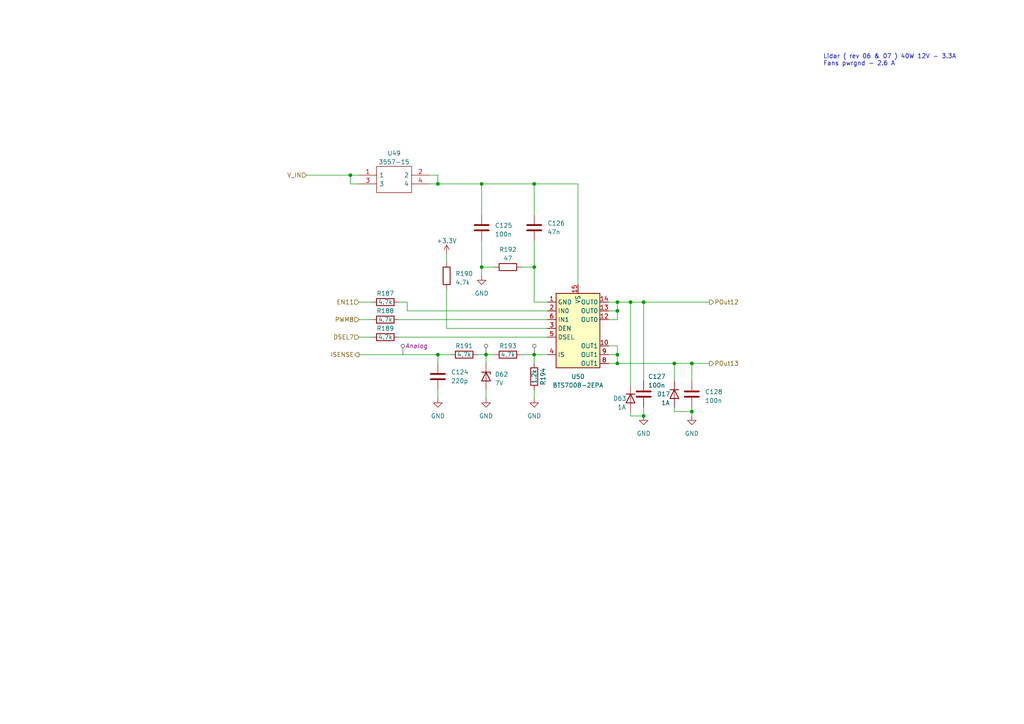
<source format=kicad_sch>
(kicad_sch
	(version 20231120)
	(generator "eeschema")
	(generator_version "8.0")
	(uuid "3729104f-cf88-423a-a92f-7576a267e5ae")
	(paper "A4")
	(title_block
		(title "PDU FT24")
		(company "Nived Jayaprakash Nambiar ")
		(comment 1 "FasTTUBe Electronics")
	)
	(lib_symbols
		(symbol "3557-15:3557-15"
			(pin_names
				(offset 0.762)
			)
			(exclude_from_sim no)
			(in_bom yes)
			(on_board yes)
			(property "Reference" "U"
				(at 16.51 7.62 0)
				(effects
					(font
						(size 1.27 1.27)
					)
					(justify left)
				)
			)
			(property "Value" "3557-15"
				(at 16.51 5.08 0)
				(effects
					(font
						(size 1.27 1.27)
					)
					(justify left)
				)
			)
			(property "Footprint" "355715"
				(at 16.51 2.54 0)
				(effects
					(font
						(size 1.27 1.27)
					)
					(justify left)
					(hide yes)
				)
			)
			(property "Datasheet" "https://componentsearchengine.com/Datasheets/1/3557-15.pdf"
				(at 16.51 0 0)
				(effects
					(font
						(size 1.27 1.27)
					)
					(justify left)
					(hide yes)
				)
			)
			(property "Description" "Fuse Holder T/H 2 IN 1 AUTO BLDE HOLDER, BLUE 15A"
				(at 16.51 -2.54 0)
				(effects
					(font
						(size 1.27 1.27)
					)
					(justify left)
					(hide yes)
				)
			)
			(property "Height" "7.37"
				(at 16.51 -5.08 0)
				(effects
					(font
						(size 1.27 1.27)
					)
					(justify left)
					(hide yes)
				)
			)
			(property "heisener Part Number" ""
				(at 16.51 -7.62 0)
				(effects
					(font
						(size 1.27 1.27)
					)
					(justify left)
					(hide yes)
				)
			)
			(property "heisener Price/Stock" ""
				(at 16.51 -10.16 0)
				(effects
					(font
						(size 1.27 1.27)
					)
					(justify left)
					(hide yes)
				)
			)
			(property "Manufacturer_Name" "Keystone Electronics"
				(at 16.51 -12.7 0)
				(effects
					(font
						(size 1.27 1.27)
					)
					(justify left)
					(hide yes)
				)
			)
			(property "Manufacturer_Part_Number" "3557-15"
				(at 16.51 -15.24 0)
				(effects
					(font
						(size 1.27 1.27)
					)
					(justify left)
					(hide yes)
				)
			)
			(symbol "3557-15_0_0"
				(pin passive line
					(at 0 0 0)
					(length 5.08)
					(name "1"
						(effects
							(font
								(size 1.27 1.27)
							)
						)
					)
					(number "1"
						(effects
							(font
								(size 1.27 1.27)
							)
						)
					)
				)
				(pin passive line
					(at 20.32 0 180)
					(length 5.08)
					(name "2"
						(effects
							(font
								(size 1.27 1.27)
							)
						)
					)
					(number "2"
						(effects
							(font
								(size 1.27 1.27)
							)
						)
					)
				)
				(pin passive line
					(at 0 -2.54 0)
					(length 5.08)
					(name "3"
						(effects
							(font
								(size 1.27 1.27)
							)
						)
					)
					(number "3"
						(effects
							(font
								(size 1.27 1.27)
							)
						)
					)
				)
				(pin passive line
					(at 20.32 -2.54 180)
					(length 5.08)
					(name "4"
						(effects
							(font
								(size 1.27 1.27)
							)
						)
					)
					(number "4"
						(effects
							(font
								(size 1.27 1.27)
							)
						)
					)
				)
			)
			(symbol "3557-15_0_1"
				(polyline
					(pts
						(xy 5.08 2.54) (xy 15.24 2.54) (xy 15.24 -5.08) (xy 5.08 -5.08) (xy 5.08 2.54)
					)
					(stroke
						(width 0.1524)
						(type solid)
					)
					(fill
						(type none)
					)
				)
			)
		)
		(symbol "Device:C"
			(pin_numbers hide)
			(pin_names
				(offset 0.254)
			)
			(exclude_from_sim no)
			(in_bom yes)
			(on_board yes)
			(property "Reference" "C"
				(at 0.635 2.54 0)
				(effects
					(font
						(size 1.27 1.27)
					)
					(justify left)
				)
			)
			(property "Value" "C"
				(at 0.635 -2.54 0)
				(effects
					(font
						(size 1.27 1.27)
					)
					(justify left)
				)
			)
			(property "Footprint" ""
				(at 0.9652 -3.81 0)
				(effects
					(font
						(size 1.27 1.27)
					)
					(hide yes)
				)
			)
			(property "Datasheet" "~"
				(at 0 0 0)
				(effects
					(font
						(size 1.27 1.27)
					)
					(hide yes)
				)
			)
			(property "Description" "Unpolarized capacitor"
				(at 0 0 0)
				(effects
					(font
						(size 1.27 1.27)
					)
					(hide yes)
				)
			)
			(property "ki_keywords" "cap capacitor"
				(at 0 0 0)
				(effects
					(font
						(size 1.27 1.27)
					)
					(hide yes)
				)
			)
			(property "ki_fp_filters" "C_*"
				(at 0 0 0)
				(effects
					(font
						(size 1.27 1.27)
					)
					(hide yes)
				)
			)
			(symbol "C_0_1"
				(polyline
					(pts
						(xy -2.032 -0.762) (xy 2.032 -0.762)
					)
					(stroke
						(width 0.508)
						(type default)
					)
					(fill
						(type none)
					)
				)
				(polyline
					(pts
						(xy -2.032 0.762) (xy 2.032 0.762)
					)
					(stroke
						(width 0.508)
						(type default)
					)
					(fill
						(type none)
					)
				)
			)
			(symbol "C_1_1"
				(pin passive line
					(at 0 3.81 270)
					(length 2.794)
					(name "~"
						(effects
							(font
								(size 1.27 1.27)
							)
						)
					)
					(number "1"
						(effects
							(font
								(size 1.27 1.27)
							)
						)
					)
				)
				(pin passive line
					(at 0 -3.81 90)
					(length 2.794)
					(name "~"
						(effects
							(font
								(size 1.27 1.27)
							)
						)
					)
					(number "2"
						(effects
							(font
								(size 1.27 1.27)
							)
						)
					)
				)
			)
		)
		(symbol "Device:D"
			(pin_numbers hide)
			(pin_names
				(offset 1.016) hide)
			(exclude_from_sim no)
			(in_bom yes)
			(on_board yes)
			(property "Reference" "D"
				(at 0 2.54 0)
				(effects
					(font
						(size 1.27 1.27)
					)
				)
			)
			(property "Value" "D"
				(at 0 -2.54 0)
				(effects
					(font
						(size 1.27 1.27)
					)
				)
			)
			(property "Footprint" ""
				(at 0 0 0)
				(effects
					(font
						(size 1.27 1.27)
					)
					(hide yes)
				)
			)
			(property "Datasheet" "~"
				(at 0 0 0)
				(effects
					(font
						(size 1.27 1.27)
					)
					(hide yes)
				)
			)
			(property "Description" "Diode"
				(at 0 0 0)
				(effects
					(font
						(size 1.27 1.27)
					)
					(hide yes)
				)
			)
			(property "Sim.Device" "D"
				(at 0 0 0)
				(effects
					(font
						(size 1.27 1.27)
					)
					(hide yes)
				)
			)
			(property "Sim.Pins" "1=K 2=A"
				(at 0 0 0)
				(effects
					(font
						(size 1.27 1.27)
					)
					(hide yes)
				)
			)
			(property "ki_keywords" "diode"
				(at 0 0 0)
				(effects
					(font
						(size 1.27 1.27)
					)
					(hide yes)
				)
			)
			(property "ki_fp_filters" "TO-???* *_Diode_* *SingleDiode* D_*"
				(at 0 0 0)
				(effects
					(font
						(size 1.27 1.27)
					)
					(hide yes)
				)
			)
			(symbol "D_0_1"
				(polyline
					(pts
						(xy -1.27 1.27) (xy -1.27 -1.27)
					)
					(stroke
						(width 0.254)
						(type default)
					)
					(fill
						(type none)
					)
				)
				(polyline
					(pts
						(xy 1.27 0) (xy -1.27 0)
					)
					(stroke
						(width 0)
						(type default)
					)
					(fill
						(type none)
					)
				)
				(polyline
					(pts
						(xy 1.27 1.27) (xy 1.27 -1.27) (xy -1.27 0) (xy 1.27 1.27)
					)
					(stroke
						(width 0.254)
						(type default)
					)
					(fill
						(type none)
					)
				)
			)
			(symbol "D_1_1"
				(pin passive line
					(at -3.81 0 0)
					(length 2.54)
					(name "K"
						(effects
							(font
								(size 1.27 1.27)
							)
						)
					)
					(number "1"
						(effects
							(font
								(size 1.27 1.27)
							)
						)
					)
				)
				(pin passive line
					(at 3.81 0 180)
					(length 2.54)
					(name "A"
						(effects
							(font
								(size 1.27 1.27)
							)
						)
					)
					(number "2"
						(effects
							(font
								(size 1.27 1.27)
							)
						)
					)
				)
			)
		)
		(symbol "Device:D_Zener"
			(pin_numbers hide)
			(pin_names
				(offset 1.016) hide)
			(exclude_from_sim no)
			(in_bom yes)
			(on_board yes)
			(property "Reference" "D"
				(at 0 2.54 0)
				(effects
					(font
						(size 1.27 1.27)
					)
				)
			)
			(property "Value" "D_Zener"
				(at 0 -2.54 0)
				(effects
					(font
						(size 1.27 1.27)
					)
				)
			)
			(property "Footprint" ""
				(at 0 0 0)
				(effects
					(font
						(size 1.27 1.27)
					)
					(hide yes)
				)
			)
			(property "Datasheet" "~"
				(at 0 0 0)
				(effects
					(font
						(size 1.27 1.27)
					)
					(hide yes)
				)
			)
			(property "Description" "Zener diode"
				(at 0 0 0)
				(effects
					(font
						(size 1.27 1.27)
					)
					(hide yes)
				)
			)
			(property "ki_keywords" "diode"
				(at 0 0 0)
				(effects
					(font
						(size 1.27 1.27)
					)
					(hide yes)
				)
			)
			(property "ki_fp_filters" "TO-???* *_Diode_* *SingleDiode* D_*"
				(at 0 0 0)
				(effects
					(font
						(size 1.27 1.27)
					)
					(hide yes)
				)
			)
			(symbol "D_Zener_0_1"
				(polyline
					(pts
						(xy 1.27 0) (xy -1.27 0)
					)
					(stroke
						(width 0)
						(type default)
					)
					(fill
						(type none)
					)
				)
				(polyline
					(pts
						(xy -1.27 -1.27) (xy -1.27 1.27) (xy -0.762 1.27)
					)
					(stroke
						(width 0.254)
						(type default)
					)
					(fill
						(type none)
					)
				)
				(polyline
					(pts
						(xy 1.27 -1.27) (xy 1.27 1.27) (xy -1.27 0) (xy 1.27 -1.27)
					)
					(stroke
						(width 0.254)
						(type default)
					)
					(fill
						(type none)
					)
				)
			)
			(symbol "D_Zener_1_1"
				(pin passive line
					(at -3.81 0 0)
					(length 2.54)
					(name "K"
						(effects
							(font
								(size 1.27 1.27)
							)
						)
					)
					(number "1"
						(effects
							(font
								(size 1.27 1.27)
							)
						)
					)
				)
				(pin passive line
					(at 3.81 0 180)
					(length 2.54)
					(name "A"
						(effects
							(font
								(size 1.27 1.27)
							)
						)
					)
					(number "2"
						(effects
							(font
								(size 1.27 1.27)
							)
						)
					)
				)
			)
		)
		(symbol "Device:R"
			(pin_numbers hide)
			(pin_names
				(offset 0)
			)
			(exclude_from_sim no)
			(in_bom yes)
			(on_board yes)
			(property "Reference" "R"
				(at 2.032 0 90)
				(effects
					(font
						(size 1.27 1.27)
					)
				)
			)
			(property "Value" "R"
				(at 0 0 90)
				(effects
					(font
						(size 1.27 1.27)
					)
				)
			)
			(property "Footprint" ""
				(at -1.778 0 90)
				(effects
					(font
						(size 1.27 1.27)
					)
					(hide yes)
				)
			)
			(property "Datasheet" "~"
				(at 0 0 0)
				(effects
					(font
						(size 1.27 1.27)
					)
					(hide yes)
				)
			)
			(property "Description" "Resistor"
				(at 0 0 0)
				(effects
					(font
						(size 1.27 1.27)
					)
					(hide yes)
				)
			)
			(property "ki_keywords" "R res resistor"
				(at 0 0 0)
				(effects
					(font
						(size 1.27 1.27)
					)
					(hide yes)
				)
			)
			(property "ki_fp_filters" "R_*"
				(at 0 0 0)
				(effects
					(font
						(size 1.27 1.27)
					)
					(hide yes)
				)
			)
			(symbol "R_0_1"
				(rectangle
					(start -1.016 -2.54)
					(end 1.016 2.54)
					(stroke
						(width 0.254)
						(type default)
					)
					(fill
						(type none)
					)
				)
			)
			(symbol "R_1_1"
				(pin passive line
					(at 0 3.81 270)
					(length 1.27)
					(name "~"
						(effects
							(font
								(size 1.27 1.27)
							)
						)
					)
					(number "1"
						(effects
							(font
								(size 1.27 1.27)
							)
						)
					)
				)
				(pin passive line
					(at 0 -3.81 90)
					(length 1.27)
					(name "~"
						(effects
							(font
								(size 1.27 1.27)
							)
						)
					)
					(number "2"
						(effects
							(font
								(size 1.27 1.27)
							)
						)
					)
				)
			)
		)
		(symbol "PROFET:BTS7020-2EPA"
			(exclude_from_sim no)
			(in_bom yes)
			(on_board yes)
			(property "Reference" "U50"
				(at 0 -13.97 0)
				(effects
					(font
						(size 1.27 1.27)
					)
				)
			)
			(property "Value" "BTS7008-2EPA"
				(at 0 -16.51 0)
				(effects
					(font
						(size 1.27 1.27)
					)
				)
			)
			(property "Footprint" "Package_SO:Infineon_PG-TSDSO-14-22"
				(at -22.86 -12.7 0)
				(effects
					(font
						(size 1.27 1.27)
					)
					(hide yes)
				)
			)
			(property "Datasheet" "https://www.infineon.com/dgdl/Infineon-BTS7008-2EPA-DataSheet-v01_20-EN.pdf?fileId=5546d46258fc0bc101590212356876b1"
				(at -3.81 -19.05 0)
				(effects
					(font
						(size 1.27 1.27)
					)
					(hide yes)
				)
			)
			(property "Description" "Smart High-Side Power Switch, PROFET, Two Channel, 12V, 5A, Rds(on) 23.7mΩ, PG-TSDSO-14-22"
				(at 0 0 0)
				(effects
					(font
						(size 1.27 1.27)
					)
					(hide yes)
				)
			)
			(property "ki_keywords" "BTS7004"
				(at 0 0 0)
				(effects
					(font
						(size 1.27 1.27)
					)
					(hide yes)
				)
			)
			(property "ki_fp_filters" "Infineon*TSDSO*22*"
				(at 0 0 0)
				(effects
					(font
						(size 1.27 1.27)
					)
					(hide yes)
				)
			)
			(symbol "BTS7020-2EPA_0_0"
				(pin input line
					(at -8.89 -2.54 0)
					(length 2.54)
					(name "DSEL"
						(effects
							(font
								(size 1.27 1.27)
							)
						)
					)
					(number "5"
						(effects
							(font
								(size 1.27 1.27)
							)
						)
					)
				)
				(pin input line
					(at -8.89 2.54 0)
					(length 2.54)
					(name "IN1"
						(effects
							(font
								(size 1.27 1.27)
							)
						)
					)
					(number "6"
						(effects
							(font
								(size 1.27 1.27)
							)
						)
					)
				)
			)
			(symbol "BTS7020-2EPA_0_1"
				(rectangle
					(start -6.35 10.16)
					(end 6.35 -11.43)
					(stroke
						(width 0.254)
						(type default)
					)
					(fill
						(type background)
					)
				)
			)
			(symbol "BTS7020-2EPA_1_1"
				(pin power_out line
					(at -8.89 7.62 0)
					(length 2.54)
					(name "GND"
						(effects
							(font
								(size 1.27 1.27)
							)
						)
					)
					(number "1"
						(effects
							(font
								(size 1.27 1.27)
							)
						)
					)
				)
				(pin passive line
					(at 8.89 -5.08 180)
					(length 2.54)
					(name "OUT1"
						(effects
							(font
								(size 1.27 1.27)
							)
						)
					)
					(number "10"
						(effects
							(font
								(size 1.27 1.27)
							)
						)
					)
				)
				(pin no_connect line
					(at 8.89 -1.27 180)
					(length 2.54) hide
					(name "NC"
						(effects
							(font
								(size 1.27 1.27)
							)
						)
					)
					(number "11"
						(effects
							(font
								(size 1.27 1.27)
							)
						)
					)
				)
				(pin passive line
					(at 8.89 2.54 180)
					(length 2.54)
					(name "OUT0"
						(effects
							(font
								(size 1.27 1.27)
							)
						)
					)
					(number "12"
						(effects
							(font
								(size 1.27 1.27)
							)
						)
					)
				)
				(pin passive line
					(at 8.89 5.08 180)
					(length 2.54)
					(name "OUT0"
						(effects
							(font
								(size 1.27 1.27)
							)
						)
					)
					(number "13"
						(effects
							(font
								(size 1.27 1.27)
							)
						)
					)
				)
				(pin output line
					(at 8.89 7.62 180)
					(length 2.54)
					(name "OUT0"
						(effects
							(font
								(size 1.27 1.27)
							)
						)
					)
					(number "14"
						(effects
							(font
								(size 1.27 1.27)
							)
						)
					)
				)
				(pin input line
					(at 0 12.7 270)
					(length 2.54)
					(name "VS"
						(effects
							(font
								(size 1.27 1.27)
							)
						)
					)
					(number "15"
						(effects
							(font
								(size 1.27 1.27)
							)
						)
					)
				)
				(pin input line
					(at -8.89 5.08 0)
					(length 2.54)
					(name "IN0"
						(effects
							(font
								(size 1.27 1.27)
							)
						)
					)
					(number "2"
						(effects
							(font
								(size 1.27 1.27)
							)
						)
					)
				)
				(pin input line
					(at -8.89 0 0)
					(length 2.54)
					(name "DEN"
						(effects
							(font
								(size 1.27 1.27)
							)
						)
					)
					(number "3"
						(effects
							(font
								(size 1.27 1.27)
							)
						)
					)
				)
				(pin output line
					(at -8.89 -7.62 0)
					(length 2.54)
					(name "IS"
						(effects
							(font
								(size 1.27 1.27)
							)
						)
					)
					(number "4"
						(effects
							(font
								(size 1.27 1.27)
							)
						)
					)
				)
				(pin no_connect line
					(at -8.89 -10.16 0)
					(length 2.54) hide
					(name "NC"
						(effects
							(font
								(size 1.27 1.27)
							)
						)
					)
					(number "7"
						(effects
							(font
								(size 1.27 1.27)
							)
						)
					)
				)
				(pin output line
					(at 8.89 -10.16 180)
					(length 2.54)
					(name "OUT1"
						(effects
							(font
								(size 1.27 1.27)
							)
						)
					)
					(number "8"
						(effects
							(font
								(size 1.27 1.27)
							)
						)
					)
				)
				(pin passive line
					(at 8.89 -7.62 180)
					(length 2.54)
					(name "OUT1"
						(effects
							(font
								(size 1.27 1.27)
							)
						)
					)
					(number "9"
						(effects
							(font
								(size 1.27 1.27)
							)
						)
					)
				)
			)
		)
		(symbol "power:+3.3V"
			(power)
			(pin_names
				(offset 0)
			)
			(exclude_from_sim no)
			(in_bom yes)
			(on_board yes)
			(property "Reference" "#PWR"
				(at 0 -3.81 0)
				(effects
					(font
						(size 1.27 1.27)
					)
					(hide yes)
				)
			)
			(property "Value" "+3.3V"
				(at 0 3.556 0)
				(effects
					(font
						(size 1.27 1.27)
					)
				)
			)
			(property "Footprint" ""
				(at 0 0 0)
				(effects
					(font
						(size 1.27 1.27)
					)
					(hide yes)
				)
			)
			(property "Datasheet" ""
				(at 0 0 0)
				(effects
					(font
						(size 1.27 1.27)
					)
					(hide yes)
				)
			)
			(property "Description" "Power symbol creates a global label with name \"+3.3V\""
				(at 0 0 0)
				(effects
					(font
						(size 1.27 1.27)
					)
					(hide yes)
				)
			)
			(property "ki_keywords" "global power"
				(at 0 0 0)
				(effects
					(font
						(size 1.27 1.27)
					)
					(hide yes)
				)
			)
			(symbol "+3.3V_0_1"
				(polyline
					(pts
						(xy -0.762 1.27) (xy 0 2.54)
					)
					(stroke
						(width 0)
						(type default)
					)
					(fill
						(type none)
					)
				)
				(polyline
					(pts
						(xy 0 0) (xy 0 2.54)
					)
					(stroke
						(width 0)
						(type default)
					)
					(fill
						(type none)
					)
				)
				(polyline
					(pts
						(xy 0 2.54) (xy 0.762 1.27)
					)
					(stroke
						(width 0)
						(type default)
					)
					(fill
						(type none)
					)
				)
			)
			(symbol "+3.3V_1_1"
				(pin power_in line
					(at 0 0 90)
					(length 0) hide
					(name "+3.3V"
						(effects
							(font
								(size 1.27 1.27)
							)
						)
					)
					(number "1"
						(effects
							(font
								(size 1.27 1.27)
							)
						)
					)
				)
			)
		)
		(symbol "power:GND"
			(power)
			(pin_names
				(offset 0)
			)
			(exclude_from_sim no)
			(in_bom yes)
			(on_board yes)
			(property "Reference" "#PWR"
				(at 0 -6.35 0)
				(effects
					(font
						(size 1.27 1.27)
					)
					(hide yes)
				)
			)
			(property "Value" "GND"
				(at 0 -3.81 0)
				(effects
					(font
						(size 1.27 1.27)
					)
				)
			)
			(property "Footprint" ""
				(at 0 0 0)
				(effects
					(font
						(size 1.27 1.27)
					)
					(hide yes)
				)
			)
			(property "Datasheet" ""
				(at 0 0 0)
				(effects
					(font
						(size 1.27 1.27)
					)
					(hide yes)
				)
			)
			(property "Description" "Power symbol creates a global label with name \"GND\" , ground"
				(at 0 0 0)
				(effects
					(font
						(size 1.27 1.27)
					)
					(hide yes)
				)
			)
			(property "ki_keywords" "global power"
				(at 0 0 0)
				(effects
					(font
						(size 1.27 1.27)
					)
					(hide yes)
				)
			)
			(symbol "GND_0_1"
				(polyline
					(pts
						(xy 0 0) (xy 0 -1.27) (xy 1.27 -1.27) (xy 0 -2.54) (xy -1.27 -1.27) (xy 0 -1.27)
					)
					(stroke
						(width 0)
						(type default)
					)
					(fill
						(type none)
					)
				)
			)
			(symbol "GND_1_1"
				(pin power_in line
					(at 0 0 270)
					(length 0) hide
					(name "GND"
						(effects
							(font
								(size 1.27 1.27)
							)
						)
					)
					(number "1"
						(effects
							(font
								(size 1.27 1.27)
							)
						)
					)
				)
			)
		)
	)
	(junction
		(at 179.07 102.87)
		(diameter 0)
		(color 0 0 0 0)
		(uuid "06155a02-edc9-4799-9efb-f824fe713b94")
	)
	(junction
		(at 186.69 87.63)
		(diameter 0)
		(color 0 0 0 0)
		(uuid "3bf1b795-b3fe-41ed-a2cd-b9ddbee52401")
	)
	(junction
		(at 182.88 87.63)
		(diameter 0)
		(color 0 0 0 0)
		(uuid "45800e84-9fdd-4068-945e-2760f79d3b0f")
	)
	(junction
		(at 179.07 90.17)
		(diameter 0)
		(color 0 0 0 0)
		(uuid "52abf4e1-4a1e-4357-96ca-9971c0594d7d")
	)
	(junction
		(at 140.97 102.87)
		(diameter 0)
		(color 0 0 0 0)
		(uuid "5dc8f19d-3b0d-40ad-92ca-f389035e9ceb")
	)
	(junction
		(at 154.94 102.87)
		(diameter 0)
		(color 0 0 0 0)
		(uuid "6349f7b0-4efd-4118-b828-87dbb75af74a")
	)
	(junction
		(at 186.69 120.65)
		(diameter 0)
		(color 0 0 0 0)
		(uuid "6542e6ef-f23e-41ea-b284-1f555ac2700b")
	)
	(junction
		(at 154.94 77.47)
		(diameter 0)
		(color 0 0 0 0)
		(uuid "6cf31f01-9132-4f6e-b492-723f09e923d4")
	)
	(junction
		(at 200.66 119.38)
		(diameter 0)
		(color 0 0 0 0)
		(uuid "82f2c38e-ee0a-4ae1-9533-db1486564912")
	)
	(junction
		(at 101.6 50.8)
		(diameter 0)
		(color 0 0 0 0)
		(uuid "94efd46e-b7e9-4526-9a89-1c53df6551bf")
	)
	(junction
		(at 139.7 53.34)
		(diameter 0)
		(color 0 0 0 0)
		(uuid "9d677197-7d9e-4d48-9079-16415e67ba42")
	)
	(junction
		(at 179.07 87.63)
		(diameter 0)
		(color 0 0 0 0)
		(uuid "a0baef33-6e2b-41d5-a48c-0cfa1ea37432")
	)
	(junction
		(at 200.66 105.41)
		(diameter 0)
		(color 0 0 0 0)
		(uuid "add951e2-fc12-4a6b-843a-8925ba25e8db")
	)
	(junction
		(at 195.58 105.41)
		(diameter 0)
		(color 0 0 0 0)
		(uuid "b29a2acc-1359-4141-9f6c-a80a50ce249e")
	)
	(junction
		(at 154.94 53.34)
		(diameter 0)
		(color 0 0 0 0)
		(uuid "b66bf867-cd5b-45ed-9918-5cd6800c500b")
	)
	(junction
		(at 127 53.34)
		(diameter 0)
		(color 0 0 0 0)
		(uuid "b97e6f5c-8cee-4d45-90bd-7694cc2908af")
	)
	(junction
		(at 179.07 105.41)
		(diameter 0)
		(color 0 0 0 0)
		(uuid "c113c337-d3b3-4495-9c41-f987e5d8b579")
	)
	(junction
		(at 139.7 77.47)
		(diameter 0)
		(color 0 0 0 0)
		(uuid "d89c919d-32d5-496e-bf09-52ecbdcf644b")
	)
	(junction
		(at 127 102.87)
		(diameter 0)
		(color 0 0 0 0)
		(uuid "e824bc29-b20b-43a0-9700-74e3105288e1")
	)
	(wire
		(pts
			(xy 129.54 73.66) (xy 129.54 76.2)
		)
		(stroke
			(width 0)
			(type default)
		)
		(uuid "02684b37-4f4f-49f4-82eb-c1328121038e")
	)
	(wire
		(pts
			(xy 140.97 102.87) (xy 138.43 102.87)
		)
		(stroke
			(width 0)
			(type default)
		)
		(uuid "0d1b0252-d023-420e-8eb9-2ec0a8e34182")
	)
	(wire
		(pts
			(xy 101.6 50.8) (xy 104.14 50.8)
		)
		(stroke
			(width 0)
			(type default)
		)
		(uuid "13f63f87-33fc-4431-8aa7-d27c47b64b24")
	)
	(wire
		(pts
			(xy 88.9 50.8) (xy 101.6 50.8)
		)
		(stroke
			(width 0)
			(type default)
		)
		(uuid "1688c57a-5eff-4bf9-9fe2-969773615ab5")
	)
	(wire
		(pts
			(xy 195.58 110.49) (xy 195.58 105.41)
		)
		(stroke
			(width 0)
			(type default)
		)
		(uuid "1d1d0813-4aa1-466b-8ca0-6e0e40ce2e9c")
	)
	(wire
		(pts
			(xy 118.11 90.17) (xy 118.11 87.63)
		)
		(stroke
			(width 0)
			(type default)
		)
		(uuid "20604c48-5252-46f3-8be3-bda7e17a6990")
	)
	(wire
		(pts
			(xy 124.46 50.8) (xy 127 50.8)
		)
		(stroke
			(width 0)
			(type default)
		)
		(uuid "21ca6afb-f88a-42be-95ba-94806922137e")
	)
	(wire
		(pts
			(xy 200.66 118.11) (xy 200.66 119.38)
		)
		(stroke
			(width 0)
			(type default)
		)
		(uuid "24455dde-a65f-4c66-b807-692ae2c0e60a")
	)
	(wire
		(pts
			(xy 195.58 119.38) (xy 195.58 118.11)
		)
		(stroke
			(width 0)
			(type default)
		)
		(uuid "26243799-b11a-4b5a-8d34-4b3a3878d5e2")
	)
	(wire
		(pts
			(xy 186.69 87.63) (xy 186.69 110.49)
		)
		(stroke
			(width 0)
			(type default)
		)
		(uuid "281158f3-28cc-4bb6-ada4-66f8b2a86c0a")
	)
	(wire
		(pts
			(xy 179.07 87.63) (xy 182.88 87.63)
		)
		(stroke
			(width 0)
			(type default)
		)
		(uuid "2cb5c61d-e53f-473b-835c-0e0f57f4064b")
	)
	(wire
		(pts
			(xy 115.57 92.71) (xy 158.75 92.71)
		)
		(stroke
			(width 0)
			(type default)
		)
		(uuid "2e238809-8d00-4548-81d6-a36c0a5bd09e")
	)
	(wire
		(pts
			(xy 179.07 100.33) (xy 176.53 100.33)
		)
		(stroke
			(width 0)
			(type default)
		)
		(uuid "38e20d2d-d572-4652-ae6a-4dbca9ddb2fa")
	)
	(wire
		(pts
			(xy 179.07 92.71) (xy 179.07 90.17)
		)
		(stroke
			(width 0)
			(type default)
		)
		(uuid "42493bc2-3b9c-4bef-be43-e53e9c50c473")
	)
	(wire
		(pts
			(xy 200.66 119.38) (xy 200.66 120.65)
		)
		(stroke
			(width 0)
			(type default)
		)
		(uuid "42496614-e46a-4138-b1b4-c27c767e24ef")
	)
	(wire
		(pts
			(xy 118.11 87.63) (xy 115.57 87.63)
		)
		(stroke
			(width 0)
			(type default)
		)
		(uuid "4752eecd-c6df-4e06-8b8b-bd646401dac7")
	)
	(wire
		(pts
			(xy 158.75 87.63) (xy 154.94 87.63)
		)
		(stroke
			(width 0)
			(type default)
		)
		(uuid "48f60f20-18c4-417f-a6af-c524db7a19e7")
	)
	(wire
		(pts
			(xy 140.97 102.87) (xy 143.51 102.87)
		)
		(stroke
			(width 0)
			(type default)
		)
		(uuid "4913c2dd-21fe-4bda-be6b-c8248bf9eea6")
	)
	(wire
		(pts
			(xy 124.46 53.34) (xy 127 53.34)
		)
		(stroke
			(width 0)
			(type default)
		)
		(uuid "4c03ea4c-affa-42a1-a5a8-8297fd8ba85d")
	)
	(wire
		(pts
			(xy 154.94 113.03) (xy 154.94 115.57)
		)
		(stroke
			(width 0)
			(type default)
		)
		(uuid "4faa1e03-d637-44c6-9ed3-0c26c65b978a")
	)
	(wire
		(pts
			(xy 154.94 102.87) (xy 158.75 102.87)
		)
		(stroke
			(width 0)
			(type default)
		)
		(uuid "51bba96d-3d19-40d9-afef-d4b7f83a100a")
	)
	(wire
		(pts
			(xy 143.51 77.47) (xy 139.7 77.47)
		)
		(stroke
			(width 0)
			(type default)
		)
		(uuid "524f3267-255f-4551-8a9f-b1ebffd25c77")
	)
	(wire
		(pts
			(xy 140.97 113.03) (xy 140.97 115.57)
		)
		(stroke
			(width 0)
			(type default)
		)
		(uuid "5297d1a4-315a-4800-9ba3-29b55cd144d2")
	)
	(wire
		(pts
			(xy 104.14 97.79) (xy 107.95 97.79)
		)
		(stroke
			(width 0)
			(type default)
		)
		(uuid "58dd752d-a523-418c-85ef-9445989fbb79")
	)
	(wire
		(pts
			(xy 139.7 53.34) (xy 154.94 53.34)
		)
		(stroke
			(width 0)
			(type default)
		)
		(uuid "5a96f700-d4b0-4b2e-ba6c-4755a25c4af5")
	)
	(wire
		(pts
			(xy 186.69 118.11) (xy 186.69 120.65)
		)
		(stroke
			(width 0)
			(type default)
		)
		(uuid "5b53483e-fae5-49e6-8428-ba6e63654310")
	)
	(wire
		(pts
			(xy 158.75 90.17) (xy 118.11 90.17)
		)
		(stroke
			(width 0)
			(type default)
		)
		(uuid "5bcae07e-9dad-4a06-bcc6-372473e6cacb")
	)
	(wire
		(pts
			(xy 139.7 53.34) (xy 139.7 62.23)
		)
		(stroke
			(width 0)
			(type default)
		)
		(uuid "5d145779-ec5d-482a-aef5-48c108b7afd7")
	)
	(wire
		(pts
			(xy 182.88 87.63) (xy 182.88 111.76)
		)
		(stroke
			(width 0)
			(type default)
		)
		(uuid "5dc51ca5-51a1-4c2d-8de6-a2c5dcddcfe4")
	)
	(wire
		(pts
			(xy 151.13 77.47) (xy 154.94 77.47)
		)
		(stroke
			(width 0)
			(type default)
		)
		(uuid "6155a7af-2be5-4ff1-8afd-eac8b04a36be")
	)
	(wire
		(pts
			(xy 154.94 77.47) (xy 154.94 87.63)
		)
		(stroke
			(width 0)
			(type default)
		)
		(uuid "6ab88da0-6faf-474b-b67f-13cd6d573020")
	)
	(wire
		(pts
			(xy 154.94 53.34) (xy 154.94 62.23)
		)
		(stroke
			(width 0)
			(type default)
		)
		(uuid "717345a7-d03f-42b9-ba7b-cd4bc6cf7974")
	)
	(wire
		(pts
			(xy 179.07 105.41) (xy 195.58 105.41)
		)
		(stroke
			(width 0)
			(type default)
		)
		(uuid "74b094eb-deb4-4709-97fb-0b04b5aa4b3b")
	)
	(wire
		(pts
			(xy 115.57 97.79) (xy 158.75 97.79)
		)
		(stroke
			(width 0)
			(type default)
		)
		(uuid "76938a6d-9ae2-4d05-998a-05141730020f")
	)
	(wire
		(pts
			(xy 129.54 83.82) (xy 129.54 95.25)
		)
		(stroke
			(width 0)
			(type default)
		)
		(uuid "77a0cc7a-f467-4ed3-a304-d5449e03d0ac")
	)
	(wire
		(pts
			(xy 104.14 87.63) (xy 107.95 87.63)
		)
		(stroke
			(width 0)
			(type default)
		)
		(uuid "788b2ad7-c53d-4496-b476-4d5df0c9bb53")
	)
	(wire
		(pts
			(xy 127 113.03) (xy 127 115.57)
		)
		(stroke
			(width 0)
			(type default)
		)
		(uuid "78cce1ac-e303-44cf-a1a2-32d85e818db8")
	)
	(wire
		(pts
			(xy 182.88 87.63) (xy 186.69 87.63)
		)
		(stroke
			(width 0)
			(type default)
		)
		(uuid "7ba1285e-df91-4a36-b4ee-4f4b4392fbd7")
	)
	(wire
		(pts
			(xy 101.6 53.34) (xy 101.6 50.8)
		)
		(stroke
			(width 0)
			(type default)
		)
		(uuid "7be00834-ea67-4784-814b-2d0ce8cfcc24")
	)
	(wire
		(pts
			(xy 179.07 87.63) (xy 176.53 87.63)
		)
		(stroke
			(width 0)
			(type default)
		)
		(uuid "7ef8718d-3d46-4423-847f-2adbee5a6086")
	)
	(wire
		(pts
			(xy 182.88 120.65) (xy 186.69 120.65)
		)
		(stroke
			(width 0)
			(type default)
		)
		(uuid "7fa048e6-cf16-4239-9056-a2cde5d9bbe1")
	)
	(wire
		(pts
			(xy 130.81 102.87) (xy 127 102.87)
		)
		(stroke
			(width 0)
			(type default)
		)
		(uuid "835c420f-44cd-4f65-9857-0741f5f2d217")
	)
	(wire
		(pts
			(xy 154.94 53.34) (xy 167.64 53.34)
		)
		(stroke
			(width 0)
			(type default)
		)
		(uuid "84199a0d-f76a-40d8-9ac3-ec9e03cdf178")
	)
	(wire
		(pts
			(xy 154.94 105.41) (xy 154.94 102.87)
		)
		(stroke
			(width 0)
			(type default)
		)
		(uuid "84393b78-b59a-4b60-b051-620edbe60f7a")
	)
	(wire
		(pts
			(xy 200.66 105.41) (xy 205.74 105.41)
		)
		(stroke
			(width 0)
			(type default)
		)
		(uuid "846bb1e5-2726-44b5-8497-c9cec9d521df")
	)
	(wire
		(pts
			(xy 195.58 105.41) (xy 200.66 105.41)
		)
		(stroke
			(width 0)
			(type default)
		)
		(uuid "85766344-136c-42bd-86ef-8213d96fc04e")
	)
	(wire
		(pts
			(xy 186.69 87.63) (xy 205.74 87.63)
		)
		(stroke
			(width 0)
			(type default)
		)
		(uuid "8ab1525e-9fb6-4c8e-953b-44bdf5992578")
	)
	(wire
		(pts
			(xy 154.94 69.85) (xy 154.94 77.47)
		)
		(stroke
			(width 0)
			(type default)
		)
		(uuid "8b3535d8-85c6-4c8d-97c8-1ad5ec859f89")
	)
	(wire
		(pts
			(xy 127 53.34) (xy 139.7 53.34)
		)
		(stroke
			(width 0)
			(type default)
		)
		(uuid "8fea991e-c654-4a16-a15c-b1e84898965c")
	)
	(wire
		(pts
			(xy 104.14 53.34) (xy 101.6 53.34)
		)
		(stroke
			(width 0)
			(type default)
		)
		(uuid "9c1dbd30-9ba0-4f73-ab3e-b4661b73396e")
	)
	(wire
		(pts
			(xy 176.53 102.87) (xy 179.07 102.87)
		)
		(stroke
			(width 0)
			(type default)
		)
		(uuid "9e064f86-93bb-4f9e-bdd9-b2369ab41e93")
	)
	(wire
		(pts
			(xy 179.07 102.87) (xy 179.07 100.33)
		)
		(stroke
			(width 0)
			(type default)
		)
		(uuid "9ed25f1f-434a-4625-8ac3-f1b6bf75f13b")
	)
	(wire
		(pts
			(xy 179.07 105.41) (xy 179.07 102.87)
		)
		(stroke
			(width 0)
			(type default)
		)
		(uuid "ab4ebdcf-3f57-4725-b40a-17dfa8f5bfc6")
	)
	(wire
		(pts
			(xy 182.88 119.38) (xy 182.88 120.65)
		)
		(stroke
			(width 0)
			(type default)
		)
		(uuid "b0dd6e5d-8b48-4195-8eaa-398e98f79c18")
	)
	(wire
		(pts
			(xy 140.97 105.41) (xy 140.97 102.87)
		)
		(stroke
			(width 0)
			(type default)
		)
		(uuid "c1f67c01-b4a4-484c-ba8e-3906501a5c85")
	)
	(wire
		(pts
			(xy 104.14 92.71) (xy 107.95 92.71)
		)
		(stroke
			(width 0)
			(type default)
		)
		(uuid "c2423bfa-1800-4492-9bc2-67e0570494db")
	)
	(wire
		(pts
			(xy 139.7 77.47) (xy 139.7 80.01)
		)
		(stroke
			(width 0)
			(type default)
		)
		(uuid "c32b5432-ddf4-45ea-ac20-2f0e2f42da49")
	)
	(wire
		(pts
			(xy 200.66 119.38) (xy 195.58 119.38)
		)
		(stroke
			(width 0)
			(type default)
		)
		(uuid "c5ecebeb-7be5-47cd-a1ee-cc09aabd4b89")
	)
	(wire
		(pts
			(xy 127 102.87) (xy 127 105.41)
		)
		(stroke
			(width 0)
			(type default)
		)
		(uuid "c69bf8f2-85cc-4d67-89f2-739c2923bf3f")
	)
	(wire
		(pts
			(xy 200.66 105.41) (xy 200.66 110.49)
		)
		(stroke
			(width 0)
			(type default)
		)
		(uuid "c749bea5-27bf-49f8-b56c-7b00075a3bab")
	)
	(wire
		(pts
			(xy 176.53 105.41) (xy 179.07 105.41)
		)
		(stroke
			(width 0)
			(type default)
		)
		(uuid "cd6a427a-9302-4033-84b8-223058100447")
	)
	(wire
		(pts
			(xy 139.7 77.47) (xy 139.7 69.85)
		)
		(stroke
			(width 0)
			(type default)
		)
		(uuid "ce5ce564-db32-469b-b71b-14bda32b436d")
	)
	(wire
		(pts
			(xy 127 50.8) (xy 127 53.34)
		)
		(stroke
			(width 0)
			(type default)
		)
		(uuid "da500970-5949-4e6e-abc7-cbdc57a713b0")
	)
	(wire
		(pts
			(xy 167.64 53.34) (xy 167.64 82.55)
		)
		(stroke
			(width 0)
			(type default)
		)
		(uuid "dd98b9f8-2c96-47e6-b169-823a4f1c32cf")
	)
	(wire
		(pts
			(xy 158.75 95.25) (xy 129.54 95.25)
		)
		(stroke
			(width 0)
			(type default)
		)
		(uuid "e15cea31-b373-4b1b-8930-5b5a9e23d141")
	)
	(wire
		(pts
			(xy 179.07 90.17) (xy 179.07 87.63)
		)
		(stroke
			(width 0)
			(type default)
		)
		(uuid "e3081524-bb5c-4e3e-95c4-4cb9449cdafe")
	)
	(wire
		(pts
			(xy 154.94 102.87) (xy 151.13 102.87)
		)
		(stroke
			(width 0)
			(type default)
		)
		(uuid "e845f160-e97e-44f3-b404-996ea35f64f7")
	)
	(wire
		(pts
			(xy 176.53 90.17) (xy 179.07 90.17)
		)
		(stroke
			(width 0)
			(type default)
		)
		(uuid "f08717a5-c4eb-4af5-a442-f35926f212d0")
	)
	(wire
		(pts
			(xy 176.53 92.71) (xy 179.07 92.71)
		)
		(stroke
			(width 0)
			(type default)
		)
		(uuid "f8e7e5af-11be-430f-b00f-ab9111ca59c3")
	)
	(wire
		(pts
			(xy 104.14 102.87) (xy 127 102.87)
		)
		(stroke
			(width 0)
			(type default)
		)
		(uuid "fc58981d-6d88-4f7c-aa31-41f206aae094")
	)
	(text "Lidar ( rev 06 & 07 ) 40W 12V - 3.3A\nFans pwrgnd - 2.6 A\n\n\n\n"
		(exclude_from_sim no)
		(at 238.76 25.4 0)
		(effects
			(font
				(size 1.27 1.27)
			)
			(justify left bottom)
		)
		(uuid "82254de4-6b80-411f-bd62-b37bbbaa598a")
	)
	(hierarchical_label "EN11"
		(shape input)
		(at 104.14 87.63 180)
		(fields_autoplaced yes)
		(effects
			(font
				(size 1.27 1.27)
			)
			(justify right)
		)
		(uuid "23954b20-ff9d-4e2c-ad43-6e71d2cfd099")
	)
	(hierarchical_label "DSEL7"
		(shape input)
		(at 104.14 97.79 180)
		(fields_autoplaced yes)
		(effects
			(font
				(size 1.27 1.27)
			)
			(justify right)
		)
		(uuid "440e9dda-aa67-4b5b-8517-a3b9ece60177")
	)
	(hierarchical_label "POut13"
		(shape output)
		(at 205.74 105.41 0)
		(fields_autoplaced yes)
		(effects
			(font
				(size 1.27 1.27)
			)
			(justify left)
		)
		(uuid "5dec25d0-07a9-4173-bcfa-1856cf3c6edb")
	)
	(hierarchical_label "V_IN"
		(shape input)
		(at 88.9 50.8 180)
		(fields_autoplaced yes)
		(effects
			(font
				(size 1.27 1.27)
			)
			(justify right)
		)
		(uuid "7a901c1e-878f-41a5-a9f1-2240490f1ed2")
	)
	(hierarchical_label "POut12"
		(shape output)
		(at 205.74 87.63 0)
		(fields_autoplaced yes)
		(effects
			(font
				(size 1.27 1.27)
			)
			(justify left)
		)
		(uuid "95d7851c-10a0-4ea5-b8cc-54813910a835")
	)
	(hierarchical_label "ISENSE"
		(shape output)
		(at 104.14 102.87 180)
		(fields_autoplaced yes)
		(effects
			(font
				(size 1.27 1.27)
			)
			(justify right)
		)
		(uuid "b837ec5c-bed2-442c-a50c-0c337a5e5fac")
	)
	(hierarchical_label "PWM8"
		(shape input)
		(at 104.14 92.71 180)
		(fields_autoplaced yes)
		(effects
			(font
				(size 1.27 1.27)
			)
			(justify right)
		)
		(uuid "ff352779-53bb-458c-b739-65194c347297")
	)
	(netclass_flag ""
		(length 2.54)
		(shape round)
		(at 140.97 102.87 0)
		(fields_autoplaced yes)
		(effects
			(font
				(size 1.27 1.27)
			)
			(justify left bottom)
		)
		(uuid "15f6563a-4d58-44f2-a0e5-25092dabb0ae")
		(property "Netclass" "Analog"
			(at 141.6685 100.33 0)
			(effects
				(font
					(size 1.27 1.27)
					(italic yes)
				)
				(justify left)
				(hide yes)
			)
		)
	)
	(netclass_flag ""
		(length 2.54)
		(shape round)
		(at 154.9851 102.87 0)
		(fields_autoplaced yes)
		(effects
			(font
				(size 1.27 1.27)
			)
			(justify left bottom)
		)
		(uuid "27e281d2-d49b-49f5-bfeb-8d6bab953520")
		(property "Netclass" "Analog"
			(at 155.6836 100.33 0)
			(effects
				(font
					(size 1.27 1.27)
					(italic yes)
				)
				(justify left)
				(hide yes)
			)
		)
	)
	(netclass_flag ""
		(length 2.54)
		(shape round)
		(at 116.84 102.87 0)
		(fields_autoplaced yes)
		(effects
			(font
				(size 1.27 1.27)
			)
			(justify left bottom)
		)
		(uuid "92ca3094-a47f-4e11-be19-dda58dcdf9e7")
		(property "Netclass" "Analog"
			(at 117.5385 100.33 0)
			(effects
				(font
					(size 1.27 1.27)
					(italic yes)
				)
				(justify left)
			)
		)
	)
	(symbol
		(lib_id "Device:D")
		(at 195.58 114.3 270)
		(unit 1)
		(exclude_from_sim no)
		(in_bom yes)
		(on_board yes)
		(dnp no)
		(uuid "136d0162-4deb-46f1-8518-f39cec6af45d")
		(property "Reference" "D17"
			(at 190.5 114.3 90)
			(effects
				(font
					(size 1.27 1.27)
				)
				(justify left)
			)
		)
		(property "Value" "1A"
			(at 191.77 116.84 90)
			(effects
				(font
					(size 1.27 1.27)
				)
				(justify left)
			)
		)
		(property "Footprint" "Diode_SMD:D_SOD-123F"
			(at 195.58 114.3 0)
			(effects
				(font
					(size 1.27 1.27)
				)
				(hide yes)
			)
		)
		(property "Datasheet" "https://www.mouser.de/datasheet/2/389/stpst1h100-3107187.pdf"
			(at 195.58 114.3 0)
			(effects
				(font
					(size 1.27 1.27)
				)
				(hide yes)
			)
		)
		(property "Description" ""
			(at 195.58 114.3 0)
			(effects
				(font
					(size 1.27 1.27)
				)
				(hide yes)
			)
		)
		(property "Sim.Device" "D"
			(at 195.58 114.3 0)
			(effects
				(font
					(size 1.27 1.27)
				)
				(hide yes)
			)
		)
		(property "Sim.Pins" "1=K 2=A"
			(at 195.58 114.3 0)
			(effects
				(font
					(size 1.27 1.27)
				)
				(hide yes)
			)
		)
		(pin "1"
			(uuid "b641629b-1b5c-4577-a9a5-fb576883ecf2")
		)
		(pin "2"
			(uuid "b06c015b-d92a-43bd-988e-ec5f6048a51c")
		)
		(instances
			(project "PDU FT24"
				(path "/cba93115-b7ba-40c8-a438-b74eea4adf4d/fc136761-7437-4777-9313-169871d18382/43ba33b5-35ed-4409-8523-7daab12cceea"
					(reference "D17")
					(unit 1)
				)
			)
		)
	)
	(symbol
		(lib_id "power:GND")
		(at 140.97 115.57 0)
		(unit 1)
		(exclude_from_sim no)
		(in_bom yes)
		(on_board yes)
		(dnp no)
		(fields_autoplaced yes)
		(uuid "1884d740-f65f-41fe-a4db-aff4eda26fce")
		(property "Reference" "#PWR0212"
			(at 140.97 121.92 0)
			(effects
				(font
					(size 1.27 1.27)
				)
				(hide yes)
			)
		)
		(property "Value" "GND"
			(at 140.97 120.65 0)
			(effects
				(font
					(size 1.27 1.27)
				)
			)
		)
		(property "Footprint" ""
			(at 140.97 115.57 0)
			(effects
				(font
					(size 1.27 1.27)
				)
				(hide yes)
			)
		)
		(property "Datasheet" ""
			(at 140.97 115.57 0)
			(effects
				(font
					(size 1.27 1.27)
				)
				(hide yes)
			)
		)
		(property "Description" ""
			(at 140.97 115.57 0)
			(effects
				(font
					(size 1.27 1.27)
				)
				(hide yes)
			)
		)
		(pin "1"
			(uuid "a2f43edd-2011-47e9-b8db-923d5f246c41")
		)
		(instances
			(project "PDU FT24"
				(path "/cba93115-b7ba-40c8-a438-b74eea4adf4d/fc136761-7437-4777-9313-169871d18382/43ba33b5-35ed-4409-8523-7daab12cceea"
					(reference "#PWR0212")
					(unit 1)
				)
			)
		)
	)
	(symbol
		(lib_id "Device:C")
		(at 200.66 114.3 0)
		(unit 1)
		(exclude_from_sim no)
		(in_bom yes)
		(on_board yes)
		(dnp no)
		(fields_autoplaced yes)
		(uuid "2adae33d-8379-4b6c-99c9-458ea0d25e1f")
		(property "Reference" "C128"
			(at 204.47 113.665 0)
			(effects
				(font
					(size 1.27 1.27)
				)
				(justify left)
			)
		)
		(property "Value" "100n"
			(at 204.47 116.205 0)
			(effects
				(font
					(size 1.27 1.27)
				)
				(justify left)
			)
		)
		(property "Footprint" "Capacitor_SMD:C_0603_1608Metric"
			(at 201.6252 118.11 0)
			(effects
				(font
					(size 1.27 1.27)
				)
				(hide yes)
			)
		)
		(property "Datasheet" "~"
			(at 200.66 114.3 0)
			(effects
				(font
					(size 1.27 1.27)
				)
				(hide yes)
			)
		)
		(property "Description" ""
			(at 200.66 114.3 0)
			(effects
				(font
					(size 1.27 1.27)
				)
				(hide yes)
			)
		)
		(pin "1"
			(uuid "c1fb35dc-472b-488d-8fa9-c34890712a52")
		)
		(pin "2"
			(uuid "b56c9116-d2c8-4230-9280-6ff50a41cb75")
		)
		(instances
			(project "PDU FT24"
				(path "/cba93115-b7ba-40c8-a438-b74eea4adf4d/fc136761-7437-4777-9313-169871d18382/43ba33b5-35ed-4409-8523-7daab12cceea"
					(reference "C128")
					(unit 1)
				)
			)
		)
	)
	(symbol
		(lib_id "Device:D")
		(at 182.88 115.57 270)
		(unit 1)
		(exclude_from_sim no)
		(in_bom yes)
		(on_board yes)
		(dnp no)
		(uuid "2b4367b7-1c23-483e-a596-097241730c95")
		(property "Reference" "D63"
			(at 177.8 115.57 90)
			(effects
				(font
					(size 1.27 1.27)
				)
				(justify left)
			)
		)
		(property "Value" "1A"
			(at 179.07 118.11 90)
			(effects
				(font
					(size 1.27 1.27)
				)
				(justify left)
			)
		)
		(property "Footprint" "Diode_SMD:D_SOD-123F"
			(at 182.88 115.57 0)
			(effects
				(font
					(size 1.27 1.27)
				)
				(hide yes)
			)
		)
		(property "Datasheet" "https://www.mouser.de/datasheet/2/389/stpst1h100-3107187.pdf"
			(at 182.88 115.57 0)
			(effects
				(font
					(size 1.27 1.27)
				)
				(hide yes)
			)
		)
		(property "Description" ""
			(at 182.88 115.57 0)
			(effects
				(font
					(size 1.27 1.27)
				)
				(hide yes)
			)
		)
		(property "Sim.Device" "D"
			(at 182.88 115.57 0)
			(effects
				(font
					(size 1.27 1.27)
				)
				(hide yes)
			)
		)
		(property "Sim.Pins" "1=K 2=A"
			(at 182.88 115.57 0)
			(effects
				(font
					(size 1.27 1.27)
				)
				(hide yes)
			)
		)
		(pin "1"
			(uuid "93cd99d9-d0d9-4759-9f57-4efec41de961")
		)
		(pin "2"
			(uuid "e353f570-a84a-4f8a-8b61-a73f86ecee82")
		)
		(instances
			(project "PDU FT24"
				(path "/cba93115-b7ba-40c8-a438-b74eea4adf4d/fc136761-7437-4777-9313-169871d18382/43ba33b5-35ed-4409-8523-7daab12cceea"
					(reference "D63")
					(unit 1)
				)
			)
		)
	)
	(symbol
		(lib_id "Device:D_Zener")
		(at 140.97 109.22 270)
		(unit 1)
		(exclude_from_sim no)
		(in_bom yes)
		(on_board yes)
		(dnp no)
		(fields_autoplaced yes)
		(uuid "48d97ddd-b26e-4009-860d-48334549d43a")
		(property "Reference" "D62"
			(at 143.51 108.585 90)
			(effects
				(font
					(size 1.27 1.27)
				)
				(justify left)
			)
		)
		(property "Value" "7V"
			(at 143.51 111.125 90)
			(effects
				(font
					(size 1.27 1.27)
				)
				(justify left)
			)
		)
		(property "Footprint" "Diode_SMD:Nexperia_CFP3_SOD-123W"
			(at 140.97 109.22 0)
			(effects
				(font
					(size 1.27 1.27)
				)
				(hide yes)
			)
		)
		(property "Datasheet" "https://www.mouser.de/datasheet/2/916/HPZR_SER-3045045.pdf"
			(at 140.97 109.22 0)
			(effects
				(font
					(size 1.27 1.27)
				)
				(hide yes)
			)
		)
		(property "Description" ""
			(at 140.97 109.22 0)
			(effects
				(font
					(size 1.27 1.27)
				)
				(hide yes)
			)
		)
		(pin "1"
			(uuid "2dba017b-27f0-4b7d-a427-bd73b90c578e")
		)
		(pin "2"
			(uuid "fe3c2428-922f-4cec-a6ba-16d37ea72913")
		)
		(instances
			(project "PDU FT24"
				(path "/cba93115-b7ba-40c8-a438-b74eea4adf4d/fc136761-7437-4777-9313-169871d18382/43ba33b5-35ed-4409-8523-7daab12cceea"
					(reference "D62")
					(unit 1)
				)
			)
		)
	)
	(symbol
		(lib_id "power:GND")
		(at 154.94 115.57 0)
		(unit 1)
		(exclude_from_sim no)
		(in_bom yes)
		(on_board yes)
		(dnp no)
		(fields_autoplaced yes)
		(uuid "6525ec74-8027-4ab2-985f-c8f799c25dae")
		(property "Reference" "#PWR0213"
			(at 154.94 121.92 0)
			(effects
				(font
					(size 1.27 1.27)
				)
				(hide yes)
			)
		)
		(property "Value" "GND"
			(at 154.94 120.65 0)
			(effects
				(font
					(size 1.27 1.27)
				)
			)
		)
		(property "Footprint" ""
			(at 154.94 115.57 0)
			(effects
				(font
					(size 1.27 1.27)
				)
				(hide yes)
			)
		)
		(property "Datasheet" ""
			(at 154.94 115.57 0)
			(effects
				(font
					(size 1.27 1.27)
				)
				(hide yes)
			)
		)
		(property "Description" ""
			(at 154.94 115.57 0)
			(effects
				(font
					(size 1.27 1.27)
				)
				(hide yes)
			)
		)
		(pin "1"
			(uuid "ac1dcf59-e357-47be-91d9-ea0835a1550c")
		)
		(instances
			(project "PDU FT24"
				(path "/cba93115-b7ba-40c8-a438-b74eea4adf4d/fc136761-7437-4777-9313-169871d18382/43ba33b5-35ed-4409-8523-7daab12cceea"
					(reference "#PWR0213")
					(unit 1)
				)
			)
		)
	)
	(symbol
		(lib_id "power:GND")
		(at 127 115.57 0)
		(unit 1)
		(exclude_from_sim no)
		(in_bom yes)
		(on_board yes)
		(dnp no)
		(fields_autoplaced yes)
		(uuid "6778baff-c05d-4d3e-9479-b457bf442ca4")
		(property "Reference" "#PWR0209"
			(at 127 121.92 0)
			(effects
				(font
					(size 1.27 1.27)
				)
				(hide yes)
			)
		)
		(property "Value" "GND"
			(at 127 120.65 0)
			(effects
				(font
					(size 1.27 1.27)
				)
			)
		)
		(property "Footprint" ""
			(at 127 115.57 0)
			(effects
				(font
					(size 1.27 1.27)
				)
				(hide yes)
			)
		)
		(property "Datasheet" ""
			(at 127 115.57 0)
			(effects
				(font
					(size 1.27 1.27)
				)
				(hide yes)
			)
		)
		(property "Description" ""
			(at 127 115.57 0)
			(effects
				(font
					(size 1.27 1.27)
				)
				(hide yes)
			)
		)
		(pin "1"
			(uuid "8f46264a-ea7b-4422-b483-85cbee59585e")
		)
		(instances
			(project "PDU FT24"
				(path "/cba93115-b7ba-40c8-a438-b74eea4adf4d/fc136761-7437-4777-9313-169871d18382/43ba33b5-35ed-4409-8523-7daab12cceea"
					(reference "#PWR0209")
					(unit 1)
				)
			)
		)
	)
	(symbol
		(lib_id "power:GND")
		(at 186.69 120.65 0)
		(unit 1)
		(exclude_from_sim no)
		(in_bom yes)
		(on_board yes)
		(dnp no)
		(fields_autoplaced yes)
		(uuid "766a044d-6466-4ee8-a4ba-061049724f20")
		(property "Reference" "#PWR0214"
			(at 186.69 127 0)
			(effects
				(font
					(size 1.27 1.27)
				)
				(hide yes)
			)
		)
		(property "Value" "GND"
			(at 186.69 125.73 0)
			(effects
				(font
					(size 1.27 1.27)
				)
			)
		)
		(property "Footprint" ""
			(at 186.69 120.65 0)
			(effects
				(font
					(size 1.27 1.27)
				)
				(hide yes)
			)
		)
		(property "Datasheet" ""
			(at 186.69 120.65 0)
			(effects
				(font
					(size 1.27 1.27)
				)
				(hide yes)
			)
		)
		(property "Description" ""
			(at 186.69 120.65 0)
			(effects
				(font
					(size 1.27 1.27)
				)
				(hide yes)
			)
		)
		(pin "1"
			(uuid "a3fa4395-de84-4cdd-9251-2465f98e316c")
		)
		(instances
			(project "PDU FT24"
				(path "/cba93115-b7ba-40c8-a438-b74eea4adf4d/fc136761-7437-4777-9313-169871d18382/43ba33b5-35ed-4409-8523-7daab12cceea"
					(reference "#PWR0214")
					(unit 1)
				)
			)
		)
	)
	(symbol
		(lib_id "Device:R")
		(at 147.32 77.47 90)
		(unit 1)
		(exclude_from_sim no)
		(in_bom yes)
		(on_board yes)
		(dnp no)
		(fields_autoplaced yes)
		(uuid "7a2a378f-93dc-4ddb-b184-d1cd38daa0fe")
		(property "Reference" "R192"
			(at 147.32 72.39 90)
			(effects
				(font
					(size 1.27 1.27)
				)
			)
		)
		(property "Value" "47"
			(at 147.32 74.93 90)
			(effects
				(font
					(size 1.27 1.27)
				)
			)
		)
		(property "Footprint" "Resistor_SMD:R_0603_1608Metric_Pad0.98x0.95mm_HandSolder"
			(at 147.32 79.248 90)
			(effects
				(font
					(size 1.27 1.27)
				)
				(hide yes)
			)
		)
		(property "Datasheet" "~"
			(at 147.32 77.47 0)
			(effects
				(font
					(size 1.27 1.27)
				)
				(hide yes)
			)
		)
		(property "Description" ""
			(at 147.32 77.47 0)
			(effects
				(font
					(size 1.27 1.27)
				)
				(hide yes)
			)
		)
		(pin "1"
			(uuid "1e085a21-f817-446f-adc6-ec72075aa395")
		)
		(pin "2"
			(uuid "b2348a4f-e4e8-4a2c-abd1-fd630f7a7389")
		)
		(instances
			(project "PDU FT24"
				(path "/cba93115-b7ba-40c8-a438-b74eea4adf4d/fc136761-7437-4777-9313-169871d18382/43ba33b5-35ed-4409-8523-7daab12cceea"
					(reference "R192")
					(unit 1)
				)
			)
		)
	)
	(symbol
		(lib_id "Device:R")
		(at 111.76 97.79 90)
		(unit 1)
		(exclude_from_sim no)
		(in_bom yes)
		(on_board yes)
		(dnp no)
		(uuid "82e655a0-9b53-4561-aaad-f95f656a5963")
		(property "Reference" "R189"
			(at 111.76 95.25 90)
			(effects
				(font
					(size 1.27 1.27)
				)
			)
		)
		(property "Value" "4.7k"
			(at 111.76 97.79 90)
			(effects
				(font
					(size 1.27 1.27)
				)
			)
		)
		(property "Footprint" "Resistor_SMD:R_0603_1608Metric_Pad0.98x0.95mm_HandSolder"
			(at 111.76 99.568 90)
			(effects
				(font
					(size 1.27 1.27)
				)
				(hide yes)
			)
		)
		(property "Datasheet" "~"
			(at 111.76 97.79 0)
			(effects
				(font
					(size 1.27 1.27)
				)
				(hide yes)
			)
		)
		(property "Description" ""
			(at 111.76 97.79 0)
			(effects
				(font
					(size 1.27 1.27)
				)
				(hide yes)
			)
		)
		(pin "1"
			(uuid "ac08399e-90cf-440f-903c-b4f1034fe3e5")
		)
		(pin "2"
			(uuid "fa7f6f52-0fbd-4799-8dc7-95a8fd4e405d")
		)
		(instances
			(project "PDU FT24"
				(path "/cba93115-b7ba-40c8-a438-b74eea4adf4d/fc136761-7437-4777-9313-169871d18382/43ba33b5-35ed-4409-8523-7daab12cceea"
					(reference "R189")
					(unit 1)
				)
			)
		)
	)
	(symbol
		(lib_id "Device:C")
		(at 154.94 66.04 0)
		(unit 1)
		(exclude_from_sim no)
		(in_bom yes)
		(on_board yes)
		(dnp no)
		(fields_autoplaced yes)
		(uuid "a461e2d3-05dd-40e3-8544-8bc0cc2931bf")
		(property "Reference" "C126"
			(at 158.75 64.77 0)
			(effects
				(font
					(size 1.27 1.27)
				)
				(justify left)
			)
		)
		(property "Value" "47n"
			(at 158.75 67.31 0)
			(effects
				(font
					(size 1.27 1.27)
				)
				(justify left)
			)
		)
		(property "Footprint" "Capacitor_SMD:C_0603_1608Metric"
			(at 155.9052 69.85 0)
			(effects
				(font
					(size 1.27 1.27)
				)
				(hide yes)
			)
		)
		(property "Datasheet" "~"
			(at 154.94 66.04 0)
			(effects
				(font
					(size 1.27 1.27)
				)
				(hide yes)
			)
		)
		(property "Description" ""
			(at 154.94 66.04 0)
			(effects
				(font
					(size 1.27 1.27)
				)
				(hide yes)
			)
		)
		(pin "1"
			(uuid "6ef6c595-ea84-4648-b244-39eaf47da9c0")
		)
		(pin "2"
			(uuid "8a035d1c-e2ce-4693-8333-7a105e465ab7")
		)
		(instances
			(project "PDU FT24"
				(path "/cba93115-b7ba-40c8-a438-b74eea4adf4d/fc136761-7437-4777-9313-169871d18382/43ba33b5-35ed-4409-8523-7daab12cceea"
					(reference "C126")
					(unit 1)
				)
			)
		)
	)
	(symbol
		(lib_id "Device:R")
		(at 111.76 92.71 90)
		(unit 1)
		(exclude_from_sim no)
		(in_bom yes)
		(on_board yes)
		(dnp no)
		(uuid "b24c0a3c-4931-4810-878e-4fa2fd04e438")
		(property "Reference" "R188"
			(at 111.76 90.17 90)
			(effects
				(font
					(size 1.27 1.27)
				)
			)
		)
		(property "Value" "4.7k"
			(at 111.76 92.71 90)
			(effects
				(font
					(size 1.27 1.27)
				)
			)
		)
		(property "Footprint" "Resistor_SMD:R_0603_1608Metric_Pad0.98x0.95mm_HandSolder"
			(at 111.76 94.488 90)
			(effects
				(font
					(size 1.27 1.27)
				)
				(hide yes)
			)
		)
		(property "Datasheet" "~"
			(at 111.76 92.71 0)
			(effects
				(font
					(size 1.27 1.27)
				)
				(hide yes)
			)
		)
		(property "Description" ""
			(at 111.76 92.71 0)
			(effects
				(font
					(size 1.27 1.27)
				)
				(hide yes)
			)
		)
		(pin "1"
			(uuid "30ffc1f4-00d3-4d02-a652-5b2030e0b827")
		)
		(pin "2"
			(uuid "b37d7dde-b371-45cb-9d17-07f98dbbaa75")
		)
		(instances
			(project "PDU FT24"
				(path "/cba93115-b7ba-40c8-a438-b74eea4adf4d/fc136761-7437-4777-9313-169871d18382/43ba33b5-35ed-4409-8523-7daab12cceea"
					(reference "R188")
					(unit 1)
				)
			)
		)
	)
	(symbol
		(lib_id "Device:R")
		(at 129.54 80.01 0)
		(unit 1)
		(exclude_from_sim no)
		(in_bom yes)
		(on_board yes)
		(dnp no)
		(fields_autoplaced yes)
		(uuid "b879e611-bc30-47e1-a835-b98e4e2865f2")
		(property "Reference" "R190"
			(at 132.08 79.375 0)
			(effects
				(font
					(size 1.27 1.27)
				)
				(justify left)
			)
		)
		(property "Value" "4.7k"
			(at 132.08 81.915 0)
			(effects
				(font
					(size 1.27 1.27)
				)
				(justify left)
			)
		)
		(property "Footprint" "Resistor_SMD:R_0603_1608Metric_Pad0.98x0.95mm_HandSolder"
			(at 127.762 80.01 90)
			(effects
				(font
					(size 1.27 1.27)
				)
				(hide yes)
			)
		)
		(property "Datasheet" "~"
			(at 129.54 80.01 0)
			(effects
				(font
					(size 1.27 1.27)
				)
				(hide yes)
			)
		)
		(property "Description" ""
			(at 129.54 80.01 0)
			(effects
				(font
					(size 1.27 1.27)
				)
				(hide yes)
			)
		)
		(pin "1"
			(uuid "138c0fba-2748-49d6-a8f7-31a7c1d0285b")
		)
		(pin "2"
			(uuid "05b92200-3cd6-4ea4-8b5e-fb32b98a400b")
		)
		(instances
			(project "PDU FT24"
				(path "/cba93115-b7ba-40c8-a438-b74eea4adf4d/fc136761-7437-4777-9313-169871d18382/43ba33b5-35ed-4409-8523-7daab12cceea"
					(reference "R190")
					(unit 1)
				)
			)
		)
	)
	(symbol
		(lib_id "Device:R")
		(at 154.94 109.22 0)
		(unit 1)
		(exclude_from_sim no)
		(in_bom yes)
		(on_board yes)
		(dnp no)
		(uuid "c2beae51-657c-4bfb-b393-37ba02de1533")
		(property "Reference" "R194"
			(at 157.48 109.22 90)
			(effects
				(font
					(size 1.27 1.27)
				)
			)
		)
		(property "Value" "1.2k"
			(at 154.94 109.22 90)
			(effects
				(font
					(size 1.27 1.27)
				)
			)
		)
		(property "Footprint" "Resistor_SMD:R_0603_1608Metric_Pad0.98x0.95mm_HandSolder"
			(at 153.162 109.22 90)
			(effects
				(font
					(size 1.27 1.27)
				)
				(hide yes)
			)
		)
		(property "Datasheet" "~"
			(at 154.94 109.22 0)
			(effects
				(font
					(size 1.27 1.27)
				)
				(hide yes)
			)
		)
		(property "Description" ""
			(at 154.94 109.22 0)
			(effects
				(font
					(size 1.27 1.27)
				)
				(hide yes)
			)
		)
		(pin "1"
			(uuid "c7f14b72-d4c9-43e4-9de6-9832ba37f170")
		)
		(pin "2"
			(uuid "f28a5d99-b061-423c-9660-51df017dc02b")
		)
		(instances
			(project "PDU FT24"
				(path "/cba93115-b7ba-40c8-a438-b74eea4adf4d/fc136761-7437-4777-9313-169871d18382/43ba33b5-35ed-4409-8523-7daab12cceea"
					(reference "R194")
					(unit 1)
				)
			)
		)
	)
	(symbol
		(lib_id "Device:C")
		(at 186.69 114.3 0)
		(unit 1)
		(exclude_from_sim no)
		(in_bom yes)
		(on_board yes)
		(dnp no)
		(uuid "c55187e7-7d58-41ef-953e-26b5c4892bf4")
		(property "Reference" "C127"
			(at 187.96 109.22 0)
			(effects
				(font
					(size 1.27 1.27)
				)
				(justify left)
			)
		)
		(property "Value" "100n"
			(at 187.96 111.76 0)
			(effects
				(font
					(size 1.27 1.27)
				)
				(justify left)
			)
		)
		(property "Footprint" "Capacitor_SMD:C_0603_1608Metric"
			(at 187.6552 118.11 0)
			(effects
				(font
					(size 1.27 1.27)
				)
				(hide yes)
			)
		)
		(property "Datasheet" "~"
			(at 186.69 114.3 0)
			(effects
				(font
					(size 1.27 1.27)
				)
				(hide yes)
			)
		)
		(property "Description" ""
			(at 186.69 114.3 0)
			(effects
				(font
					(size 1.27 1.27)
				)
				(hide yes)
			)
		)
		(pin "1"
			(uuid "4e28aa3d-d04d-4b0e-a155-a459170a0d9c")
		)
		(pin "2"
			(uuid "ab16077f-66d7-4095-a10d-d9c43e6ce136")
		)
		(instances
			(project "PDU FT24"
				(path "/cba93115-b7ba-40c8-a438-b74eea4adf4d/fc136761-7437-4777-9313-169871d18382/43ba33b5-35ed-4409-8523-7daab12cceea"
					(reference "C127")
					(unit 1)
				)
			)
		)
	)
	(symbol
		(lib_id "Device:R")
		(at 147.32 102.87 90)
		(unit 1)
		(exclude_from_sim no)
		(in_bom yes)
		(on_board yes)
		(dnp no)
		(uuid "ca0d8291-8bd2-443d-ae21-87b0e2de659b")
		(property "Reference" "R193"
			(at 147.32 100.33 90)
			(effects
				(font
					(size 1.27 1.27)
				)
			)
		)
		(property "Value" "4.7k"
			(at 147.32 102.87 90)
			(effects
				(font
					(size 1.27 1.27)
				)
			)
		)
		(property "Footprint" "Resistor_SMD:R_0603_1608Metric_Pad0.98x0.95mm_HandSolder"
			(at 147.32 104.648 90)
			(effects
				(font
					(size 1.27 1.27)
				)
				(hide yes)
			)
		)
		(property "Datasheet" "~"
			(at 147.32 102.87 0)
			(effects
				(font
					(size 1.27 1.27)
				)
				(hide yes)
			)
		)
		(property "Description" ""
			(at 147.32 102.87 0)
			(effects
				(font
					(size 1.27 1.27)
				)
				(hide yes)
			)
		)
		(pin "1"
			(uuid "9eaf325f-2943-4172-9c55-5500f8244f2f")
		)
		(pin "2"
			(uuid "baa7cb58-5d48-4c8f-9869-20b076902335")
		)
		(instances
			(project "PDU FT24"
				(path "/cba93115-b7ba-40c8-a438-b74eea4adf4d/fc136761-7437-4777-9313-169871d18382/43ba33b5-35ed-4409-8523-7daab12cceea"
					(reference "R193")
					(unit 1)
				)
			)
		)
	)
	(symbol
		(lib_id "Device:C")
		(at 127 109.22 0)
		(unit 1)
		(exclude_from_sim no)
		(in_bom yes)
		(on_board yes)
		(dnp no)
		(fields_autoplaced yes)
		(uuid "cb7966a5-d628-4612-ac26-836a4cb5855e")
		(property "Reference" "C124"
			(at 130.81 107.95 0)
			(effects
				(font
					(size 1.27 1.27)
				)
				(justify left)
			)
		)
		(property "Value" "220p"
			(at 130.81 110.49 0)
			(effects
				(font
					(size 1.27 1.27)
				)
				(justify left)
			)
		)
		(property "Footprint" "Capacitor_SMD:C_0603_1608Metric"
			(at 127.9652 113.03 0)
			(effects
				(font
					(size 1.27 1.27)
				)
				(hide yes)
			)
		)
		(property "Datasheet" "~"
			(at 127 109.22 0)
			(effects
				(font
					(size 1.27 1.27)
				)
				(hide yes)
			)
		)
		(property "Description" ""
			(at 127 109.22 0)
			(effects
				(font
					(size 1.27 1.27)
				)
				(hide yes)
			)
		)
		(pin "1"
			(uuid "c8adbaf9-8910-44db-a8fe-607b12f3a882")
		)
		(pin "2"
			(uuid "7d54bcf2-2e68-492b-b9cb-4ad7427aeafa")
		)
		(instances
			(project "PDU FT24"
				(path "/cba93115-b7ba-40c8-a438-b74eea4adf4d/fc136761-7437-4777-9313-169871d18382/43ba33b5-35ed-4409-8523-7daab12cceea"
					(reference "C124")
					(unit 1)
				)
			)
		)
	)
	(symbol
		(lib_id "PROFET:BTS7020-2EPA")
		(at 167.64 95.25 0)
		(unit 1)
		(exclude_from_sim no)
		(in_bom yes)
		(on_board yes)
		(dnp no)
		(fields_autoplaced yes)
		(uuid "ce8e847d-f853-464e-be1f-eeb8c4088697")
		(property "Reference" "U50"
			(at 167.64 109.22 0)
			(effects
				(font
					(size 1.27 1.27)
				)
			)
		)
		(property "Value" "BTS7008-2EPA"
			(at 167.64 111.76 0)
			(effects
				(font
					(size 1.27 1.27)
				)
			)
		)
		(property "Footprint" "Package_SO:Infineon_PG-TSDSO-14-22"
			(at 144.78 107.95 0)
			(effects
				(font
					(size 1.27 1.27)
				)
				(hide yes)
			)
		)
		(property "Datasheet" "https://www.infineon.com/dgdl/Infineon-BTS7008-2EPA-DataSheet-v01_20-EN.pdf?fileId=5546d46258fc0bc101590212356876b1"
			(at 163.83 114.3 0)
			(effects
				(font
					(size 1.27 1.27)
				)
				(hide yes)
			)
		)
		(property "Description" ""
			(at 167.64 95.25 0)
			(effects
				(font
					(size 1.27 1.27)
				)
				(hide yes)
			)
		)
		(pin "5"
			(uuid "1da44400-6f3e-412a-9f60-324767c8d042")
		)
		(pin "6"
			(uuid "1c63a524-612b-4acb-a1f9-4c682752e1d2")
		)
		(pin "1"
			(uuid "05d69d4b-979f-425f-a37b-a08c2a510d6e")
		)
		(pin "10"
			(uuid "4d836c8b-bbe0-4d1a-a846-3b8d9676218f")
		)
		(pin "11"
			(uuid "2b6074b8-f7a3-4d7b-b5ce-74ee9bc4cda7")
		)
		(pin "12"
			(uuid "ede12c37-13d3-4bd9-9eca-b2ae06dcb7ef")
		)
		(pin "13"
			(uuid "0ed3c3a1-debd-4599-9e77-c64f5d24356f")
		)
		(pin "14"
			(uuid "007e0afb-565b-42f3-94b9-9319dadbc7e8")
		)
		(pin "15"
			(uuid "4fb8bd6f-ddfb-4027-aaf6-ee8f0df129bd")
		)
		(pin "2"
			(uuid "c88d444b-43fd-4994-802f-6c326fac4eac")
		)
		(pin "3"
			(uuid "74f55168-b57b-42b3-8dc2-c432a490f6fc")
		)
		(pin "4"
			(uuid "a35aaab7-488d-47da-94ab-e96ef220cff9")
		)
		(pin "7"
			(uuid "c4de8259-5827-4ed1-b2e9-8a81791fc188")
		)
		(pin "8"
			(uuid "e0baf3c1-44f6-47d5-b08f-a0c4b3af15c8")
		)
		(pin "9"
			(uuid "0311914e-b15f-4683-81d8-da7e94e9c384")
		)
		(instances
			(project "PDU FT24"
				(path "/cba93115-b7ba-40c8-a438-b74eea4adf4d/fc136761-7437-4777-9313-169871d18382/43ba33b5-35ed-4409-8523-7daab12cceea"
					(reference "U50")
					(unit 1)
				)
			)
		)
	)
	(symbol
		(lib_id "Device:R")
		(at 134.62 102.87 90)
		(unit 1)
		(exclude_from_sim no)
		(in_bom yes)
		(on_board yes)
		(dnp no)
		(uuid "e22e6036-d4ed-4103-b168-9ef4c83a701e")
		(property "Reference" "R191"
			(at 134.62 100.33 90)
			(effects
				(font
					(size 1.27 1.27)
				)
			)
		)
		(property "Value" "4.7k"
			(at 134.62 102.87 90)
			(effects
				(font
					(size 1.27 1.27)
				)
			)
		)
		(property "Footprint" "Resistor_SMD:R_0603_1608Metric_Pad0.98x0.95mm_HandSolder"
			(at 134.62 104.648 90)
			(effects
				(font
					(size 1.27 1.27)
				)
				(hide yes)
			)
		)
		(property "Datasheet" "~"
			(at 134.62 102.87 0)
			(effects
				(font
					(size 1.27 1.27)
				)
				(hide yes)
			)
		)
		(property "Description" ""
			(at 134.62 102.87 0)
			(effects
				(font
					(size 1.27 1.27)
				)
				(hide yes)
			)
		)
		(pin "1"
			(uuid "a687bfa2-bb58-4ee9-b210-059b603b5e45")
		)
		(pin "2"
			(uuid "6cfec00e-cf23-4af1-b977-0c30f88b14ce")
		)
		(instances
			(project "PDU FT24"
				(path "/cba93115-b7ba-40c8-a438-b74eea4adf4d/fc136761-7437-4777-9313-169871d18382/43ba33b5-35ed-4409-8523-7daab12cceea"
					(reference "R191")
					(unit 1)
				)
			)
		)
	)
	(symbol
		(lib_id "power:GND")
		(at 200.66 120.65 0)
		(unit 1)
		(exclude_from_sim no)
		(in_bom yes)
		(on_board yes)
		(dnp no)
		(fields_autoplaced yes)
		(uuid "e8fdf1ce-bdbb-4c77-9b96-40874969eec3")
		(property "Reference" "#PWR0215"
			(at 200.66 127 0)
			(effects
				(font
					(size 1.27 1.27)
				)
				(hide yes)
			)
		)
		(property "Value" "GND"
			(at 200.66 125.73 0)
			(effects
				(font
					(size 1.27 1.27)
				)
			)
		)
		(property "Footprint" ""
			(at 200.66 120.65 0)
			(effects
				(font
					(size 1.27 1.27)
				)
				(hide yes)
			)
		)
		(property "Datasheet" ""
			(at 200.66 120.65 0)
			(effects
				(font
					(size 1.27 1.27)
				)
				(hide yes)
			)
		)
		(property "Description" ""
			(at 200.66 120.65 0)
			(effects
				(font
					(size 1.27 1.27)
				)
				(hide yes)
			)
		)
		(pin "1"
			(uuid "0bd92969-768d-44c8-a2bf-d35e4dd5e37f")
		)
		(instances
			(project "PDU FT24"
				(path "/cba93115-b7ba-40c8-a438-b74eea4adf4d/fc136761-7437-4777-9313-169871d18382/43ba33b5-35ed-4409-8523-7daab12cceea"
					(reference "#PWR0215")
					(unit 1)
				)
			)
		)
	)
	(symbol
		(lib_id "power:+3.3V")
		(at 129.54 73.66 0)
		(unit 1)
		(exclude_from_sim no)
		(in_bom yes)
		(on_board yes)
		(dnp no)
		(fields_autoplaced yes)
		(uuid "f014e3db-a638-4c28-98f4-cf465daaa254")
		(property "Reference" "#PWR0210"
			(at 129.54 77.47 0)
			(effects
				(font
					(size 1.27 1.27)
				)
				(hide yes)
			)
		)
		(property "Value" "+3.3V"
			(at 129.54 69.85 0)
			(effects
				(font
					(size 1.27 1.27)
				)
			)
		)
		(property "Footprint" ""
			(at 129.54 73.66 0)
			(effects
				(font
					(size 1.27 1.27)
				)
				(hide yes)
			)
		)
		(property "Datasheet" ""
			(at 129.54 73.66 0)
			(effects
				(font
					(size 1.27 1.27)
				)
				(hide yes)
			)
		)
		(property "Description" ""
			(at 129.54 73.66 0)
			(effects
				(font
					(size 1.27 1.27)
				)
				(hide yes)
			)
		)
		(pin "1"
			(uuid "1d125807-f6be-4fcd-86b1-30b4ad6a9118")
		)
		(instances
			(project "PDU FT24"
				(path "/cba93115-b7ba-40c8-a438-b74eea4adf4d/fc136761-7437-4777-9313-169871d18382/43ba33b5-35ed-4409-8523-7daab12cceea"
					(reference "#PWR0210")
					(unit 1)
				)
			)
		)
	)
	(symbol
		(lib_id "Device:R")
		(at 111.76 87.63 90)
		(unit 1)
		(exclude_from_sim no)
		(in_bom yes)
		(on_board yes)
		(dnp no)
		(uuid "f454b0f8-1f99-4472-96fa-d47492a0518b")
		(property "Reference" "R187"
			(at 111.76 85.09 90)
			(effects
				(font
					(size 1.27 1.27)
				)
			)
		)
		(property "Value" "4.7k"
			(at 111.76 87.63 90)
			(effects
				(font
					(size 1.27 1.27)
				)
			)
		)
		(property "Footprint" "Resistor_SMD:R_0603_1608Metric_Pad0.98x0.95mm_HandSolder"
			(at 111.76 89.408 90)
			(effects
				(font
					(size 1.27 1.27)
				)
				(hide yes)
			)
		)
		(property "Datasheet" "~"
			(at 111.76 87.63 0)
			(effects
				(font
					(size 1.27 1.27)
				)
				(hide yes)
			)
		)
		(property "Description" ""
			(at 111.76 87.63 0)
			(effects
				(font
					(size 1.27 1.27)
				)
				(hide yes)
			)
		)
		(pin "1"
			(uuid "f27e1c1e-45ef-495c-9454-88c0d529b2ad")
		)
		(pin "2"
			(uuid "0a03c52b-8604-4a7c-93ca-7c12d3f8881a")
		)
		(instances
			(project "PDU FT24"
				(path "/cba93115-b7ba-40c8-a438-b74eea4adf4d/fc136761-7437-4777-9313-169871d18382/43ba33b5-35ed-4409-8523-7daab12cceea"
					(reference "R187")
					(unit 1)
				)
			)
		)
	)
	(symbol
		(lib_id "Device:C")
		(at 139.7 66.04 0)
		(unit 1)
		(exclude_from_sim no)
		(in_bom yes)
		(on_board yes)
		(dnp no)
		(fields_autoplaced yes)
		(uuid "f579afc8-4ec8-4990-8446-86e075134206")
		(property "Reference" "C125"
			(at 143.51 65.405 0)
			(effects
				(font
					(size 1.27 1.27)
				)
				(justify left)
			)
		)
		(property "Value" "100n"
			(at 143.51 67.945 0)
			(effects
				(font
					(size 1.27 1.27)
				)
				(justify left)
			)
		)
		(property "Footprint" "Capacitor_SMD:C_0603_1608Metric"
			(at 140.6652 69.85 0)
			(effects
				(font
					(size 1.27 1.27)
				)
				(hide yes)
			)
		)
		(property "Datasheet" "~"
			(at 139.7 66.04 0)
			(effects
				(font
					(size 1.27 1.27)
				)
				(hide yes)
			)
		)
		(property "Description" ""
			(at 139.7 66.04 0)
			(effects
				(font
					(size 1.27 1.27)
				)
				(hide yes)
			)
		)
		(pin "1"
			(uuid "52f60119-fadd-433c-b2b8-f5f8deb7b461")
		)
		(pin "2"
			(uuid "04d9e7cc-e256-4f14-8d24-3d1aa1c6bc03")
		)
		(instances
			(project "PDU FT24"
				(path "/cba93115-b7ba-40c8-a438-b74eea4adf4d/fc136761-7437-4777-9313-169871d18382/43ba33b5-35ed-4409-8523-7daab12cceea"
					(reference "C125")
					(unit 1)
				)
			)
		)
	)
	(symbol
		(lib_id "power:GND")
		(at 139.7 80.01 0)
		(unit 1)
		(exclude_from_sim no)
		(in_bom yes)
		(on_board yes)
		(dnp no)
		(fields_autoplaced yes)
		(uuid "f8603f37-1fbd-430e-b51c-c387d6dedaa9")
		(property "Reference" "#PWR0211"
			(at 139.7 86.36 0)
			(effects
				(font
					(size 1.27 1.27)
				)
				(hide yes)
			)
		)
		(property "Value" "GND"
			(at 139.7 85.09 0)
			(effects
				(font
					(size 1.27 1.27)
				)
			)
		)
		(property "Footprint" ""
			(at 139.7 80.01 0)
			(effects
				(font
					(size 1.27 1.27)
				)
				(hide yes)
			)
		)
		(property "Datasheet" ""
			(at 139.7 80.01 0)
			(effects
				(font
					(size 1.27 1.27)
				)
				(hide yes)
			)
		)
		(property "Description" ""
			(at 139.7 80.01 0)
			(effects
				(font
					(size 1.27 1.27)
				)
				(hide yes)
			)
		)
		(pin "1"
			(uuid "0b3cdb0b-0da0-440c-a2cb-8eef5bbddd3d")
		)
		(instances
			(project "PDU FT24"
				(path "/cba93115-b7ba-40c8-a438-b74eea4adf4d/fc136761-7437-4777-9313-169871d18382/43ba33b5-35ed-4409-8523-7daab12cceea"
					(reference "#PWR0211")
					(unit 1)
				)
			)
		)
	)
	(symbol
		(lib_id "3557-15:3557-15")
		(at 104.14 50.8 0)
		(unit 1)
		(exclude_from_sim no)
		(in_bom yes)
		(on_board yes)
		(dnp no)
		(fields_autoplaced yes)
		(uuid "fc3a6d1b-37f5-4608-a943-0ac36add675e")
		(property "Reference" "U49"
			(at 114.3 44.45 0)
			(effects
				(font
					(size 1.27 1.27)
				)
			)
		)
		(property "Value" "3557-15"
			(at 114.3 46.99 0)
			(effects
				(font
					(size 1.27 1.27)
				)
			)
		)
		(property "Footprint" "Library:355715"
			(at 120.65 48.26 0)
			(effects
				(font
					(size 1.27 1.27)
				)
				(justify left)
				(hide yes)
			)
		)
		(property "Datasheet" "https://componentsearchengine.com/Datasheets/1/3557-15.pdf"
			(at 120.65 50.8 0)
			(effects
				(font
					(size 1.27 1.27)
				)
				(justify left)
				(hide yes)
			)
		)
		(property "Description" "Fuse Holder T/H 2 IN 1 AUTO BLDE HOLDER, BLUE 15A"
			(at 120.65 53.34 0)
			(effects
				(font
					(size 1.27 1.27)
				)
				(justify left)
				(hide yes)
			)
		)
		(property "Height" "7.37"
			(at 120.65 55.88 0)
			(effects
				(font
					(size 1.27 1.27)
				)
				(justify left)
				(hide yes)
			)
		)
		(property "heisener Part Number" ""
			(at 120.65 58.42 0)
			(effects
				(font
					(size 1.27 1.27)
				)
				(justify left)
				(hide yes)
			)
		)
		(property "heisener Price/Stock" ""
			(at 120.65 60.96 0)
			(effects
				(font
					(size 1.27 1.27)
				)
				(justify left)
				(hide yes)
			)
		)
		(property "Manufacturer_Name" "Keystone Electronics"
			(at 120.65 63.5 0)
			(effects
				(font
					(size 1.27 1.27)
				)
				(justify left)
				(hide yes)
			)
		)
		(property "Manufacturer_Part_Number" "3557-15"
			(at 120.65 66.04 0)
			(effects
				(font
					(size 1.27 1.27)
				)
				(justify left)
				(hide yes)
			)
		)
		(pin "1"
			(uuid "36782e5e-1e3f-4bf3-85eb-8ff8f50bbf17")
		)
		(pin "2"
			(uuid "016e0a55-fa0b-4361-9e2d-f71d173b7aa1")
		)
		(pin "3"
			(uuid "beead52a-54c1-4624-8baf-ae30e973b533")
		)
		(pin "4"
			(uuid "52d36966-2ff5-482a-8531-68d000f6b20c")
		)
		(instances
			(project "PDU FT24"
				(path "/cba93115-b7ba-40c8-a438-b74eea4adf4d/fc136761-7437-4777-9313-169871d18382/43ba33b5-35ed-4409-8523-7daab12cceea"
					(reference "U49")
					(unit 1)
				)
			)
		)
	)
)
</source>
